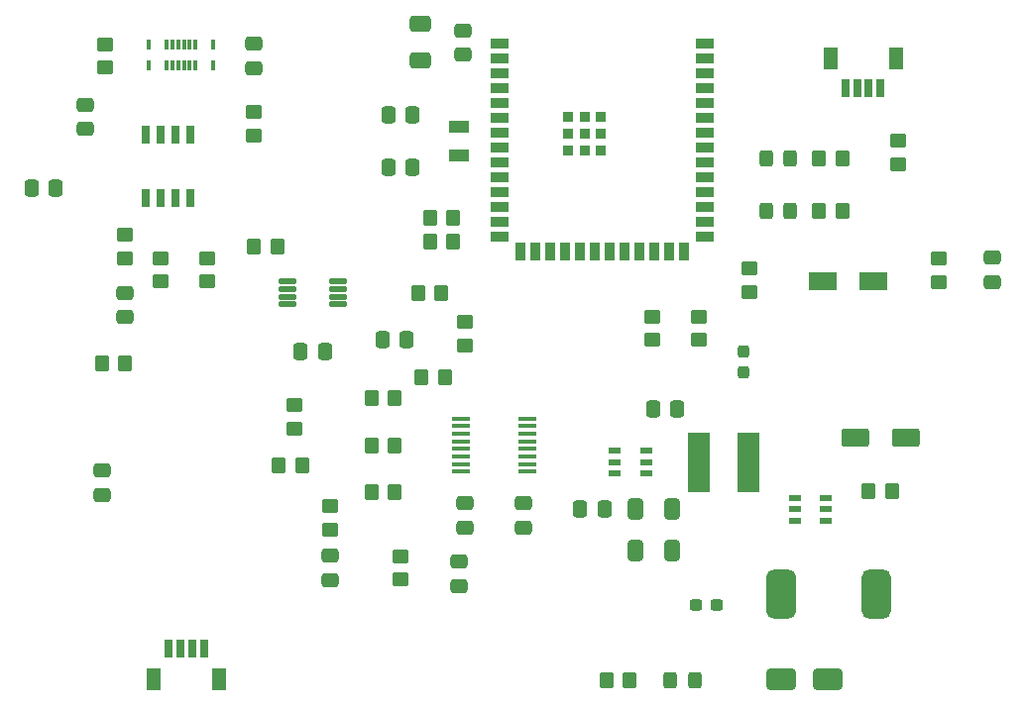
<source format=gtp>
%TF.GenerationSoftware,KiCad,Pcbnew,8.0.3*%
%TF.CreationDate,2026-02-06T01:37:13-05:00*%
%TF.ProjectId,FrostByte_IRCamera_PCB,46726f73-7442-4797-9465-5f495243616d,rev?*%
%TF.SameCoordinates,Original*%
%TF.FileFunction,Paste,Top*%
%TF.FilePolarity,Positive*%
%FSLAX46Y46*%
G04 Gerber Fmt 4.6, Leading zero omitted, Abs format (unit mm)*
G04 Created by KiCad (PCBNEW 8.0.3) date 2026-02-06 01:37:13*
%MOMM*%
%LPD*%
G01*
G04 APERTURE LIST*
G04 Aperture macros list*
%AMRoundRect*
0 Rectangle with rounded corners*
0 $1 Rounding radius*
0 $2 $3 $4 $5 $6 $7 $8 $9 X,Y pos of 4 corners*
0 Add a 4 corners polygon primitive as box body*
4,1,4,$2,$3,$4,$5,$6,$7,$8,$9,$2,$3,0*
0 Add four circle primitives for the rounded corners*
1,1,$1+$1,$2,$3*
1,1,$1+$1,$4,$5*
1,1,$1+$1,$6,$7*
1,1,$1+$1,$8,$9*
0 Add four rect primitives between the rounded corners*
20,1,$1+$1,$2,$3,$4,$5,0*
20,1,$1+$1,$4,$5,$6,$7,0*
20,1,$1+$1,$6,$7,$8,$9,0*
20,1,$1+$1,$8,$9,$2,$3,0*%
G04 Aperture macros list end*
%ADD10RoundRect,0.250000X0.350000X0.450000X-0.350000X0.450000X-0.350000X-0.450000X0.350000X-0.450000X0*%
%ADD11RoundRect,0.250000X0.450000X-0.350000X0.450000X0.350000X-0.450000X0.350000X-0.450000X-0.350000X0*%
%ADD12RoundRect,0.625750X0.625750X1.464750X-0.625750X1.464750X-0.625750X-1.464750X0.625750X-1.464750X0*%
%ADD13RoundRect,0.642875X0.642875X1.452375X-0.642875X1.452375X-0.642875X-1.452375X0.642875X-1.452375X0*%
%ADD14R,1.500000X0.900000*%
%ADD15R,0.900000X1.500000*%
%ADD16R,0.900000X0.900000*%
%ADD17RoundRect,0.250000X0.475000X-0.337500X0.475000X0.337500X-0.475000X0.337500X-0.475000X-0.337500X0*%
%ADD18RoundRect,0.250000X-0.350000X-0.450000X0.350000X-0.450000X0.350000X0.450000X-0.350000X0.450000X0*%
%ADD19R,1.800000X1.000000*%
%ADD20RoundRect,0.237500X0.237500X-0.287500X0.237500X0.287500X-0.237500X0.287500X-0.237500X-0.287500X0*%
%ADD21RoundRect,0.250000X0.650000X-0.412500X0.650000X0.412500X-0.650000X0.412500X-0.650000X-0.412500X0*%
%ADD22RoundRect,0.250000X-0.450000X0.350000X-0.450000X-0.350000X0.450000X-0.350000X0.450000X0.350000X0*%
%ADD23RoundRect,0.250000X-0.337500X-0.475000X0.337500X-0.475000X0.337500X0.475000X-0.337500X0.475000X0*%
%ADD24R,0.650000X1.525000*%
%ADD25R,1.295400X1.905000*%
%ADD26R,0.660400X1.549400*%
%ADD27RoundRect,0.250000X-1.000000X-0.650000X1.000000X-0.650000X1.000000X0.650000X-1.000000X0.650000X0*%
%ADD28RoundRect,0.250000X0.337500X0.475000X-0.337500X0.475000X-0.337500X-0.475000X0.337500X-0.475000X0*%
%ADD29RoundRect,0.250000X0.325000X0.450000X-0.325000X0.450000X-0.325000X-0.450000X0.325000X-0.450000X0*%
%ADD30R,0.300000X0.870000*%
%ADD31RoundRect,0.250000X-0.475000X0.337500X-0.475000X-0.337500X0.475000X-0.337500X0.475000X0.337500X0*%
%ADD32R,2.330000X1.550000*%
%ADD33RoundRect,0.250000X0.412500X0.650000X-0.412500X0.650000X-0.412500X-0.650000X0.412500X-0.650000X0*%
%ADD34RoundRect,0.250000X-0.325000X-0.450000X0.325000X-0.450000X0.325000X0.450000X-0.325000X0.450000X0*%
%ADD35RoundRect,0.237500X0.300000X0.237500X-0.300000X0.237500X-0.300000X-0.237500X0.300000X-0.237500X0*%
%ADD36RoundRect,0.060000X-0.675000X-0.180000X0.675000X-0.180000X0.675000X0.180000X-0.675000X0.180000X0*%
%ADD37RoundRect,0.051250X0.733750X0.153750X-0.733750X0.153750X-0.733750X-0.153750X0.733750X-0.153750X0*%
%ADD38RoundRect,0.193750X0.971250X0.581250X-0.971250X0.581250X-0.971250X-0.581250X0.971250X-0.581250X0*%
%ADD39R,1.003300X0.558800*%
%ADD40R,0.990600X0.508000*%
%ADD41R,1.900000X5.100000*%
G04 APERTURE END LIST*
D10*
%TO.C,R28*%
X139900000Y-104400000D03*
X137900000Y-104400000D03*
%TD*%
%TO.C,R27*%
X127700000Y-111900000D03*
X125700000Y-111900000D03*
%TD*%
D11*
%TO.C,R26*%
X130100000Y-117400000D03*
X130100000Y-115400000D03*
%TD*%
%TO.C,R25*%
X127000000Y-108800000D03*
X127000000Y-106800000D03*
%TD*%
D12*
%TO.C,F1*%
X176765750Y-122909500D03*
D13*
X168600000Y-122904750D03*
%TD*%
D14*
%TO.C,U2*%
X162087500Y-75850000D03*
X162087500Y-77120000D03*
X162087500Y-78390000D03*
X162087500Y-79660000D03*
X162087500Y-80930000D03*
X162087500Y-82200000D03*
X162087500Y-83470000D03*
X162087500Y-84740000D03*
X162087500Y-86010000D03*
X162087500Y-87280000D03*
X162087500Y-88550000D03*
X162087500Y-89820000D03*
X162087500Y-91090000D03*
X162087500Y-92360000D03*
D15*
X160322500Y-93610000D03*
X159052500Y-93610000D03*
X157782500Y-93610000D03*
X156512500Y-93610000D03*
X155242500Y-93610000D03*
X153972500Y-93610000D03*
X152702500Y-93610000D03*
X151432500Y-93610000D03*
X150162500Y-93610000D03*
X148892500Y-93610000D03*
X147622500Y-93610000D03*
X146352500Y-93610000D03*
D14*
X144587500Y-92360000D03*
X144587500Y-91090000D03*
X144587500Y-89820000D03*
X144587500Y-88550000D03*
X144587500Y-87280000D03*
X144587500Y-86010000D03*
X144587500Y-84740000D03*
X144587500Y-83470000D03*
X144587500Y-82200000D03*
X144587500Y-80930000D03*
X144587500Y-79660000D03*
X144587500Y-78390000D03*
X144587500Y-77120000D03*
X144587500Y-75850000D03*
D16*
X153237500Y-84970000D03*
X153237500Y-83570000D03*
X153237500Y-82170000D03*
X151837500Y-84970000D03*
X151837500Y-83570000D03*
X151837500Y-82170000D03*
X150437500Y-84970000D03*
X150437500Y-83570000D03*
X150437500Y-82170000D03*
%TD*%
D10*
%TO.C,R7*%
X140600000Y-90800000D03*
X138600000Y-90800000D03*
%TD*%
D17*
%TO.C,C21*%
X123600000Y-77972500D03*
X123600000Y-75897500D03*
%TD*%
D11*
%TO.C,R22*%
X178600000Y-86200000D03*
X178600000Y-84200000D03*
%TD*%
D18*
%TO.C,R24*%
X110600000Y-103200000D03*
X112600000Y-103200000D03*
%TD*%
D19*
%TO.C,Y1*%
X141100000Y-85450000D03*
X141100000Y-82950000D03*
%TD*%
D11*
%TO.C,R2*%
X182100000Y-96237500D03*
X182100000Y-94237500D03*
%TD*%
D20*
%TO.C,F2*%
X165400000Y-103975000D03*
X165400000Y-102225000D03*
%TD*%
D21*
%TO.C,C13*%
X137800000Y-77325000D03*
X137800000Y-74200000D03*
%TD*%
D22*
%TO.C,R3*%
X112600000Y-92200000D03*
X112600000Y-94200000D03*
%TD*%
D17*
%TO.C,C14*%
X141400000Y-76800000D03*
X141400000Y-74725000D03*
%TD*%
D23*
%TO.C,C2*%
X151462500Y-115650001D03*
X153537500Y-115650001D03*
%TD*%
D24*
%TO.C,U5*%
X118105000Y-83688000D03*
X116835000Y-83688000D03*
X115565000Y-83688000D03*
X114295000Y-83688000D03*
X114295000Y-89112000D03*
X115565000Y-89112000D03*
X116835000Y-89112000D03*
X118105000Y-89112000D03*
%TD*%
D10*
%TO.C,R23*%
X125600000Y-93200000D03*
X123600000Y-93200000D03*
%TD*%
D18*
%TO.C,R12*%
X133600000Y-114200000D03*
X135600000Y-114200000D03*
%TD*%
%TO.C,R6*%
X137600000Y-97200000D03*
X139600000Y-97200000D03*
%TD*%
D25*
%TO.C,J5*%
X178400000Y-77120000D03*
X172800000Y-77120000D03*
D26*
X177100000Y-79700000D03*
X176100000Y-79700000D03*
X175100000Y-79700000D03*
X174100000Y-79700000D03*
%TD*%
D27*
%TO.C,D1*%
X168600000Y-130200000D03*
X172600000Y-130200000D03*
%TD*%
D22*
%TO.C,R21*%
X119600000Y-94200000D03*
X119600000Y-96200000D03*
%TD*%
D28*
%TO.C,C7*%
X106637500Y-88200000D03*
X104562500Y-88200000D03*
%TD*%
D29*
%TO.C,D2*%
X161200000Y-130300000D03*
X159150000Y-130300000D03*
%TD*%
D10*
%TO.C,R11*%
X173837500Y-85700000D03*
X171837500Y-85700000D03*
%TD*%
D30*
%TO.C,J6*%
X120100000Y-77700000D03*
X118600000Y-77700000D03*
X118100000Y-77700000D03*
X117600000Y-77700000D03*
X117100000Y-77700000D03*
X116600000Y-77700000D03*
X116100000Y-77700000D03*
X114600000Y-77700000D03*
X114600000Y-75970000D03*
X116100000Y-75970000D03*
X116600000Y-75970000D03*
X117100000Y-75970000D03*
X117600000Y-75970000D03*
X118100000Y-75970000D03*
X118600000Y-75970000D03*
X120100000Y-75970000D03*
%TD*%
D31*
%TO.C,C15*%
X146600000Y-115162500D03*
X146600000Y-117237500D03*
%TD*%
D18*
%TO.C,R13*%
X133600000Y-110200000D03*
X135600000Y-110200000D03*
%TD*%
%TO.C,R8*%
X153675000Y-130300000D03*
X155675000Y-130300000D03*
%TD*%
D32*
%TO.C,D6*%
X176472500Y-96200000D03*
X172202500Y-96200000D03*
%TD*%
D22*
%TO.C,R17*%
X165900000Y-95100000D03*
X165900000Y-97100000D03*
%TD*%
D23*
%TO.C,C12*%
X135062500Y-86450000D03*
X137137500Y-86450000D03*
%TD*%
D33*
%TO.C,C4*%
X159284550Y-115650001D03*
X156159550Y-115650001D03*
%TD*%
D31*
%TO.C,C16*%
X141600000Y-115162500D03*
X141600000Y-117237500D03*
%TD*%
D11*
%TO.C,R4*%
X141600000Y-101700000D03*
X141600000Y-99700000D03*
%TD*%
D22*
%TO.C,R19*%
X123600000Y-81700000D03*
X123600000Y-83700000D03*
%TD*%
D10*
%TO.C,R10*%
X173837500Y-90200000D03*
X171837500Y-90200000D03*
%TD*%
D11*
%TO.C,R5*%
X136100000Y-121700000D03*
X136100000Y-119700000D03*
%TD*%
D25*
%TO.C,J3*%
X115000000Y-130200000D03*
X120600000Y-130200000D03*
D26*
X116300000Y-127620000D03*
X117300000Y-127620000D03*
X118300000Y-127620000D03*
X119300000Y-127620000D03*
%TD*%
D34*
%TO.C,D3*%
X167312500Y-90200000D03*
X169362500Y-90200000D03*
%TD*%
D18*
%TO.C,R15*%
X138600000Y-92800000D03*
X140600000Y-92800000D03*
%TD*%
D35*
%TO.C,FB1*%
X163062500Y-123900000D03*
X161337500Y-123900000D03*
%TD*%
D36*
%TO.C,U4*%
X126450000Y-96225000D03*
X126450000Y-96875000D03*
X126450000Y-97525000D03*
X126450000Y-98175000D03*
X130750000Y-98175000D03*
X130750000Y-97525000D03*
X130750000Y-96875000D03*
X130750000Y-96225000D03*
%TD*%
D23*
%TO.C,C11*%
X135062500Y-81950000D03*
X137137500Y-81950000D03*
%TD*%
%TO.C,C18*%
X134562500Y-101200000D03*
X136637500Y-101200000D03*
%TD*%
D33*
%TO.C,C5*%
X159284550Y-119200000D03*
X156159550Y-119200000D03*
%TD*%
D31*
%TO.C,C9*%
X141100000Y-120162500D03*
X141100000Y-122237500D03*
%TD*%
D17*
%TO.C,C20*%
X109142500Y-83160500D03*
X109142500Y-81085500D03*
%TD*%
D22*
%TO.C,R20*%
X115600000Y-94200000D03*
X115600000Y-96200000D03*
%TD*%
D37*
%TO.C,U3*%
X146970000Y-112475000D03*
X146970000Y-111825000D03*
X146970000Y-111175000D03*
X146970000Y-110525000D03*
X146970000Y-109875000D03*
X146970000Y-109225000D03*
X146970000Y-108575000D03*
X146970000Y-107925000D03*
X141230000Y-107925000D03*
X141230000Y-108575000D03*
X141230000Y-109225000D03*
X141230000Y-109875000D03*
X141230000Y-110525000D03*
X141230000Y-111175000D03*
X141230000Y-111825000D03*
X141230000Y-112475000D03*
%TD*%
D38*
%TO.C,D5*%
X179235000Y-109565000D03*
X174965000Y-109565000D03*
%TD*%
D34*
%TO.C,D4*%
X167312500Y-85700000D03*
X169362500Y-85700000D03*
%TD*%
D11*
%TO.C,R16*%
X110842500Y-77923000D03*
X110842500Y-75923000D03*
%TD*%
D31*
%TO.C,C6*%
X186600000Y-94162500D03*
X186600000Y-96237500D03*
%TD*%
D23*
%TO.C,C17*%
X127562500Y-102200000D03*
X129637500Y-102200000D03*
%TD*%
D10*
%TO.C,R1*%
X178100000Y-114100000D03*
X176100000Y-114100000D03*
%TD*%
D31*
%TO.C,C8*%
X112600000Y-97162500D03*
X112600000Y-99237500D03*
%TD*%
D22*
%TO.C,R18*%
X161600000Y-99200000D03*
X161600000Y-101200000D03*
%TD*%
D18*
%TO.C,R14*%
X133600000Y-106200000D03*
X135600000Y-106200000D03*
%TD*%
D39*
%TO.C,U1*%
X154344100Y-110700000D03*
X154344100Y-111650001D03*
X154344100Y-112600002D03*
X157100000Y-112600002D03*
X157100000Y-111650001D03*
X157100000Y-110700000D03*
%TD*%
D23*
%TO.C,C3*%
X157684550Y-107150001D03*
X159759550Y-107150001D03*
%TD*%
D40*
%TO.C,Q1*%
X172446200Y-116650001D03*
X172446200Y-115700000D03*
X172446200Y-114749999D03*
X169753800Y-114749999D03*
X169753800Y-115700000D03*
X169753800Y-116650001D03*
%TD*%
D31*
%TO.C,C10*%
X130100000Y-119662500D03*
X130100000Y-121737500D03*
%TD*%
D41*
%TO.C,L1*%
X161622050Y-111650001D03*
X165822050Y-111650001D03*
%TD*%
D17*
%TO.C,C19*%
X110600000Y-114437500D03*
X110600000Y-112362500D03*
%TD*%
D11*
%TO.C,R9*%
X157600000Y-101200000D03*
X157600000Y-99200000D03*
%TD*%
M02*

</source>
